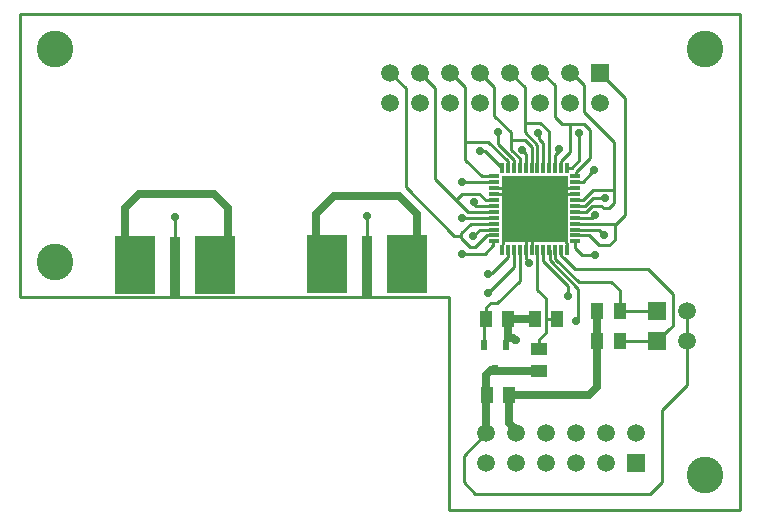
<source format=gtl>
G04*
G04 #@! TF.GenerationSoftware,Altium Limited,Altium Designer,20.2.5 (213)*
G04*
G04 Layer_Physical_Order=1*
G04 Layer_Color=255*
%FSLAX42Y42*%
%MOMM*%
G71*
G04*
G04 #@! TF.SameCoordinates,652FF055-600A-4CD0-B872-06A474BCBBFF*
G04*
G04*
G04 #@! TF.FilePolarity,Positive*
G04*
G01*
G75*
%ADD12C,0.25*%
%ADD15R,0.60X0.85*%
%ADD16R,1.02X1.40*%
%ADD17R,0.85X0.30*%
%ADD18R,0.30X0.85*%
%ADD19R,5.60X5.60*%
%ADD20R,3.50X4.90*%
%ADD21R,0.90X5.10*%
%ADD22R,1.40X1.02*%
%ADD38C,0.64*%
%ADD39C,1.50*%
%ADD40R,1.50X1.50*%
%ADD41R,1.50X1.50*%
%ADD42C,1.52*%
%ADD43R,1.52X1.52*%
%ADD44C,3.10*%
%ADD45C,0.70*%
D12*
X8347Y7850D02*
X8360D01*
X8485Y7975D01*
X8347Y7850D02*
X8360D01*
X8627Y7583D01*
X8347Y7850D02*
Y7862D01*
X8235Y7975D02*
X8347Y7862D01*
Y7838D02*
Y7850D01*
X8335Y7825D02*
X8347Y7838D01*
X8457Y6912D02*
Y7093D01*
Y6805D02*
Y6912D01*
X8460Y6915D02*
X8550D01*
X8457Y6912D02*
X8460Y6915D01*
X8395Y6665D02*
Y6743D01*
X8457Y6805D01*
X8385Y7165D02*
X8457Y7093D01*
X8116Y6896D02*
Y6915D01*
X8730Y6938D02*
X8731Y6937D01*
X8712Y6897D02*
Y6910D01*
X8731Y6928D01*
Y6937D01*
X8395Y6665D02*
X8397Y6668D01*
X7945Y6915D02*
X7953Y6922D01*
X7932Y6903D02*
X7945Y6915D01*
X7932Y6697D02*
Y6903D01*
X8040Y7210D02*
Y7210D01*
X8185Y7355D02*
Y7505D01*
X8040Y7210D02*
X8185Y7355D01*
X7970Y7140D02*
X8040Y7210D01*
X7974Y7309D02*
X8001D01*
X8135Y7505D02*
X8135Y7505D01*
X8001Y7309D02*
X8135Y7443D01*
Y7505D01*
X7965Y7300D02*
X7974Y7309D01*
X7953Y7015D02*
X7990Y7053D01*
X7953Y6922D02*
Y7015D01*
X7990Y7053D02*
X8045D01*
X8235Y7243D02*
Y7505D01*
X8045Y7053D02*
X8235Y7243D01*
X7680Y7623D02*
X7740D01*
X7270Y8032D02*
Y8870D01*
Y8032D02*
X7680Y7623D01*
X7138Y9002D02*
Y9004D01*
Y9002D02*
X7270Y8870D01*
X8285Y7428D02*
Y7505D01*
Y7428D02*
X8310Y7403D01*
Y7393D02*
Y7403D01*
X8093Y7583D02*
X8285Y7775D01*
X8093Y7563D02*
Y7583D01*
X8090Y7560D02*
X8093Y7563D01*
X8090Y7549D02*
Y7560D01*
X8087Y7547D02*
X8090Y7549D01*
X8085Y7505D02*
X8087Y7507D01*
Y7547D01*
X8280Y8497D02*
Y8580D01*
X8385Y8195D02*
Y8393D01*
X8280Y8497D02*
X8385Y8393D01*
X8050Y8401D02*
Y8500D01*
X8134Y8196D02*
Y8256D01*
X8235Y8195D02*
Y8277D01*
X8134Y8196D02*
X8135Y8195D01*
X8160Y8352D02*
X8235Y8277D01*
X8160Y8352D02*
Y8430D01*
X8185Y8195D02*
Y8266D01*
X7970Y8420D02*
X8134Y8256D01*
X8050Y8401D02*
X8185Y8266D01*
X8607Y7432D02*
X8608D01*
X9081Y6731D02*
X9090D01*
X8608Y7432D02*
X8700Y7340D01*
X8587Y7452D02*
X8607Y7432D01*
X8700Y7340D02*
X9320D01*
X9090Y6731D02*
X9398D01*
X8587Y7452D02*
Y7503D01*
X8736Y7230D02*
X9010D01*
X8537Y7429D02*
X8736Y7230D01*
X8537Y7429D02*
Y7503D01*
X8730Y6938D02*
Y7175D01*
X8487Y7418D02*
X8730Y7175D01*
X8487Y7418D02*
Y7503D01*
X8645Y7131D02*
Y7199D01*
X8435Y7409D02*
X8645Y7199D01*
X8640Y7130D02*
X8644D01*
X8645Y7131D01*
X8435Y7409D02*
Y7505D01*
X8632Y7547D02*
Y7559D01*
Y7547D02*
X8633Y7547D01*
X8627Y7563D02*
Y7583D01*
X8633Y7507D02*
Y7547D01*
X8627Y7563D02*
X8632Y7559D01*
X8707Y7927D02*
X8772D01*
X8855Y8010D01*
X9030D01*
X8705Y7875D02*
X8789D01*
X8854Y7940D02*
X8950D01*
X8789Y7875D02*
X8854Y7940D01*
X8705Y7825D02*
X8800D01*
X8845Y7870D02*
X8930D01*
X8800Y7825D02*
X8845Y7870D01*
X7740Y7770D02*
X7745Y7775D01*
X5320Y7780D02*
X5320Y7780D01*
Y7360D02*
Y7780D01*
X8020Y8640D02*
Y8884D01*
Y8640D02*
X8160Y8500D01*
Y8430D02*
Y8500D01*
X8740Y8260D02*
Y8490D01*
X8660Y8570D02*
X8780D01*
X8830Y8280D02*
Y8520D01*
X8780Y8570D02*
X8830Y8520D01*
X8780Y8670D02*
Y8900D01*
X9030Y8010D02*
Y8420D01*
X8780Y8670D02*
X9030Y8420D01*
X8280Y8580D02*
Y8590D01*
X8290Y8580D02*
X8410D01*
X8280Y8590D02*
X8290Y8580D01*
X8410D02*
X8485Y8505D01*
X8435Y8195D02*
Y8405D01*
X8380Y8480D02*
X8386D01*
X8396Y8469D01*
Y8444D02*
Y8469D01*
Y8444D02*
X8435Y8405D01*
X8868Y7800D02*
X8870D01*
X8705Y7925D02*
X8707Y7927D01*
X8705Y7875D02*
X8705Y7875D01*
X8940Y7860D02*
X8990D01*
X9030Y7900D02*
Y8010D01*
X8990Y7860D02*
X9030Y7900D01*
X8930Y7870D02*
X8940Y7860D01*
X8705Y7775D02*
X8843D01*
X8868Y7800D01*
X9130Y7800D02*
Y8790D01*
X9040Y7710D02*
X9130Y7800D01*
X8910Y7540D02*
X8990D01*
X9040Y7590D02*
Y7710D01*
X8990Y7540D02*
X9040Y7590D01*
X9025Y7725D02*
X9040Y7710D01*
X8705Y7725D02*
X9025D01*
X8825Y7625D02*
X8910Y7540D01*
X8905Y7675D02*
X8950Y7630D01*
X8705Y7625D02*
X8825D01*
X8705Y7675D02*
X8905D01*
X8760Y7460D02*
X8870D01*
X8705Y7515D02*
Y7575D01*
Y7515D02*
X8760Y7460D01*
X8705Y8075D02*
X8707Y8077D01*
X8767D01*
X8840Y8150D01*
X8705Y8125D02*
X8711D01*
X8713Y8163D02*
X8830Y8280D01*
X8711Y8125D02*
X8713Y8127D01*
Y8163D01*
X8675Y8195D02*
X8740Y8260D01*
X8585Y8255D02*
X8660Y8330D01*
X8585Y8195D02*
X8585Y8195D01*
Y8255D01*
X8660Y8330D02*
Y8570D01*
X8570Y8340D02*
Y8360D01*
X8535Y8305D02*
X8570Y8340D01*
X8590Y8570D02*
X8660D01*
X8660Y8570D02*
X8660Y8570D01*
X8635Y8195D02*
X8675D01*
X8535D02*
Y8305D01*
X8280Y8590D02*
Y8878D01*
X8485Y8195D02*
Y8505D01*
X8160Y8430D02*
X8280D01*
X8335Y8195D02*
Y8375D01*
X8280Y8430D02*
X8335Y8375D01*
X8285Y8195D02*
Y8315D01*
X8260Y8340D02*
X8285Y8315D01*
X7775Y8420D02*
X7970D01*
X7775D02*
Y8885D01*
Y8265D02*
Y8420D01*
X7915Y8125D02*
X8015D01*
X7775Y8265D02*
X7915Y8125D01*
X7943Y8340D02*
X8085Y8198D01*
X7900Y8340D02*
X7943D01*
X8085Y8195D02*
Y8198D01*
X7750Y7470D02*
X7940D01*
X7755Y8075D02*
X8015D01*
X7750Y8080D02*
X7755Y8075D01*
X7750Y7980D02*
X7890D01*
X7945Y7925D02*
X8015D01*
X7890Y7980D02*
X7945Y7925D01*
X7695D02*
X7795Y7825D01*
X7520Y8100D02*
X7695Y7925D01*
Y7925D02*
X7750Y7980D01*
X7695Y7925D02*
Y7925D01*
X7795Y7825D02*
X8015D01*
X7865Y7875D02*
X8015D01*
X7840Y7900D02*
X7865Y7875D01*
X7740Y7623D02*
Y7645D01*
Y7600D02*
Y7623D01*
Y7600D02*
X7810Y7530D01*
X7860D01*
X7740Y7645D02*
X7820Y7725D01*
X8015D01*
X7860Y7530D02*
X7955Y7625D01*
X8015D01*
X8015Y7625D01*
X7840Y7620D02*
X7895Y7675D01*
X8015D01*
X7940Y7470D02*
X8010Y7540D01*
X8012Y7575D02*
X8015D01*
X8010Y7573D02*
X8012Y7575D01*
X8010Y7540D02*
Y7573D01*
X7745Y7775D02*
X8015D01*
X6940Y7365D02*
Y7790D01*
X6940Y7790D01*
X7860Y5440D02*
X9340D01*
X9440Y5540D02*
Y6150D01*
X9340Y5440D02*
X9440Y5540D01*
Y6150D02*
X9652Y6362D01*
Y6731D01*
Y6985D01*
X7760Y5540D02*
X7860Y5440D01*
X7760Y5540D02*
Y5758D01*
X7952Y5950D01*
X9081Y6985D02*
Y7160D01*
X9010Y7230D02*
X9081Y7160D01*
X9320Y7340D02*
X9530Y7130D01*
X9398Y6731D02*
X9496Y6829D01*
X9499D01*
X9530Y6860D01*
Y7130D01*
X8585Y7505D02*
X8587Y7503D01*
X8535Y7505D02*
X8537Y7503D01*
X8385Y7165D02*
Y7505D01*
X8485D02*
X8487Y7503D01*
X9081Y6985D02*
X9398D01*
X8285Y7775D02*
X8335Y7825D01*
X8185Y8025D02*
X8235Y7975D01*
X8015D02*
X8235D01*
X8015Y8025D02*
X8185D01*
X8485Y7975D02*
X8535Y8025D01*
X8705D01*
X8485Y7975D02*
X8705D01*
X8633Y7507D02*
X8635Y7505D01*
X8285D02*
Y7775D01*
X8335Y7505D02*
Y7825D01*
X8916Y9004D02*
X9130Y8790D01*
X8662Y9004D02*
X8676D01*
X8780Y8900D01*
X8530Y8630D02*
X8590Y8570D01*
X8408Y9004D02*
X8426D01*
X8530Y8900D01*
Y8630D02*
Y8900D01*
X8154Y9004D02*
X8280Y8878D01*
X7900Y9004D02*
X8020Y8884D01*
X7656Y9004D02*
X7775Y8885D01*
X7646Y9004D02*
X7656D01*
X7520Y8100D02*
Y8876D01*
X7392Y9004D02*
X7520Y8876D01*
X7640Y5300D02*
X10100D01*
X7640D02*
Y7100D01*
X4000D02*
X7640D01*
X4000D02*
Y9500D01*
X10100D01*
Y5300D02*
Y9500D01*
D15*
X8028Y6482D02*
D03*
X7932Y6697D02*
D03*
X8122D02*
D03*
D16*
X7955Y6272D02*
D03*
X8146D02*
D03*
X8360Y6915D02*
D03*
X8550D02*
D03*
X8136D02*
D03*
X7945D02*
D03*
X8890Y6985D02*
D03*
X9081D02*
D03*
Y6731D02*
D03*
X8890D02*
D03*
D17*
X8705Y7575D02*
D03*
Y7625D02*
D03*
Y7675D02*
D03*
Y7725D02*
D03*
Y7775D02*
D03*
Y7825D02*
D03*
Y7875D02*
D03*
Y7925D02*
D03*
Y7975D02*
D03*
Y8025D02*
D03*
Y8075D02*
D03*
Y8125D02*
D03*
X8015D02*
D03*
Y8075D02*
D03*
Y8025D02*
D03*
Y7975D02*
D03*
Y7925D02*
D03*
Y7875D02*
D03*
Y7825D02*
D03*
Y7775D02*
D03*
Y7725D02*
D03*
Y7675D02*
D03*
Y7625D02*
D03*
Y7575D02*
D03*
D18*
X8635Y8195D02*
D03*
X8585D02*
D03*
X8535D02*
D03*
X8485D02*
D03*
X8435D02*
D03*
X8385D02*
D03*
X8335D02*
D03*
X8285D02*
D03*
X8235D02*
D03*
X8185D02*
D03*
X8135D02*
D03*
X8085D02*
D03*
Y7505D02*
D03*
X8135D02*
D03*
X8185D02*
D03*
X8235D02*
D03*
X8285D02*
D03*
X8335D02*
D03*
X8385D02*
D03*
X8435D02*
D03*
X8485D02*
D03*
X8535D02*
D03*
X8585D02*
D03*
X8635D02*
D03*
D19*
X8360Y7850D02*
D03*
D20*
X4980Y7378D02*
D03*
X5657D02*
D03*
X6600Y7382D02*
D03*
X7277D02*
D03*
D21*
X5320Y7360D02*
D03*
X6940Y7365D02*
D03*
D22*
X8395Y6475D02*
D03*
Y6665D02*
D03*
D38*
X8890Y6731D02*
Y6985D01*
Y6345D02*
Y6731D01*
X8146Y6272D02*
X8818D01*
X8890Y6345D01*
X8136Y6915D02*
X8360D01*
X8136Y6760D02*
Y6915D01*
Y6760D02*
X8178D01*
X8195Y6743D01*
X8146Y6034D02*
Y6272D01*
Y6034D02*
X8206Y5973D01*
Y5950D02*
Y5973D01*
X8028Y6481D02*
Y6482D01*
Y6481D02*
X8029Y6479D01*
X8391D01*
X8395Y6475D01*
X7952Y5950D02*
Y6445D01*
X7989Y6482D02*
X8028D01*
X7952Y6445D02*
X7989Y6482D01*
X6512Y7807D02*
X6665Y7960D01*
X7210D02*
X7365Y7805D01*
X6665Y7960D02*
X7210D01*
X7365Y7382D02*
Y7805D01*
X6512Y7385D02*
Y7807D01*
X4895Y7855D02*
X5015Y7975D01*
X5645D02*
X5765Y7855D01*
X5015Y7975D02*
X5645D01*
X5765Y7397D02*
Y7855D01*
X5745Y7378D02*
X5765Y7397D01*
X4895Y7378D02*
Y7855D01*
X6512Y7385D02*
X6515Y7382D01*
D39*
X7952Y5950D02*
D03*
X8206D02*
D03*
X8460D02*
D03*
X8714D02*
D03*
X8968D02*
D03*
X7952Y5696D02*
D03*
X8206D02*
D03*
X8460D02*
D03*
X8714D02*
D03*
X8968D02*
D03*
X9222Y5950D02*
D03*
X9652Y6731D02*
D03*
Y6985D02*
D03*
D40*
X9222Y5696D02*
D03*
D41*
X9398Y6731D02*
D03*
Y6985D02*
D03*
D42*
X8408Y9004D02*
D03*
X8662D02*
D03*
X8408Y8750D02*
D03*
X8916D02*
D03*
X8662D02*
D03*
X8154Y9004D02*
D03*
Y8750D02*
D03*
X7900Y9004D02*
D03*
Y8750D02*
D03*
X7646Y9004D02*
D03*
Y8750D02*
D03*
X7392Y9004D02*
D03*
Y8750D02*
D03*
X7138Y9004D02*
D03*
Y8750D02*
D03*
D43*
X8916Y9004D02*
D03*
D44*
X4300Y7400D02*
D03*
X9800Y5600D02*
D03*
Y9200D02*
D03*
X4300D02*
D03*
D45*
X8500Y8000D02*
D03*
X8350D02*
D03*
X8200D02*
D03*
X8347Y7850D02*
D03*
X8500D02*
D03*
X8200D02*
D03*
X8350Y7700D02*
D03*
X8500D02*
D03*
X8200D02*
D03*
X8712Y6897D02*
D03*
X8200Y6740D02*
D03*
X6510Y7762D02*
D03*
X5765Y7770D02*
D03*
X5320Y7780D02*
D03*
X6940Y7790D02*
D03*
X8050Y8500D02*
D03*
X8740Y8490D02*
D03*
X8390D02*
D03*
X8870Y7460D02*
D03*
X8870Y7800D02*
D03*
X8955Y7940D02*
D03*
X8950Y7630D02*
D03*
X8865Y8180D02*
D03*
X8570Y8360D02*
D03*
X8255Y8350D02*
D03*
X7900Y8340D02*
D03*
X7750Y7470D02*
D03*
X7745Y8080D02*
D03*
X7845Y7910D02*
D03*
X7840Y7620D02*
D03*
X7745Y7770D02*
D03*
X8645Y7110D02*
D03*
X7965Y7140D02*
D03*
X7965Y7300D02*
D03*
X8310Y7393D02*
D03*
M02*

</source>
